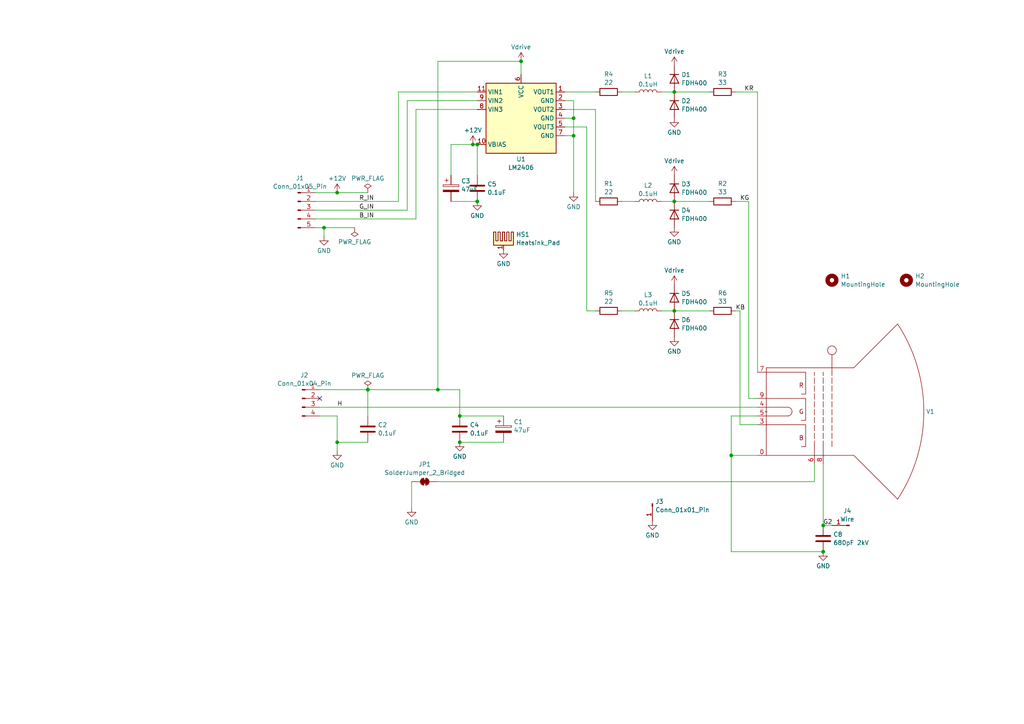
<source format=kicad_sch>
(kicad_sch (version 20231120) (generator "eeschema") (generator_version "8.0")
  (paper "A4")
  (lib_symbols
    (symbol "Connector:Conn_01x01_Pin" (pin_names (offset 1.016) hide)
      (property "Reference" "J" (at 0 2.54 0))
      (property "Value" "Conn_01x01_Pin" (at 0 -2.54 0))
      (symbol "Conn_01x01_Pin_1_1"
        (polyline (pts (xy 1.27 0) (xy 0.8636 0)) (stroke (width 0.1524)))
        (rectangle (start 0.8636 0.127) (end 0 -0.127) (stroke (width 0.1524)) (fill (type outline)))
        (pin passive line (at 5.08 0 180) (length 3.81) (name "Pin_1") (number "1"))
      )
    )
    (symbol "Connector:Conn_01x04_Pin" (pin_names (offset 1.016) hide)
      (property "Reference" "J" (at 0 5.08 0))
      (property "Value" "Conn_01x04_Pin" (at 0 -7.62 0))
      (symbol "Conn_01x04_Pin_1_1"
        (polyline (pts (xy 1.27 -5.08) (xy 0.8636 -5.08)) (stroke (width 0.1524)))
        (polyline (pts (xy 1.27 -2.54) (xy 0.8636 -2.54)) (stroke (width 0.1524)))
        (polyline (pts (xy 1.27 0) (xy 0.8636 0)) (stroke (width 0.1524)))
        (polyline (pts (xy 1.27 2.54) (xy 0.8636 2.54)) (stroke (width 0.1524)))
        (rectangle (start 0.8636 -4.953) (end 0 -5.207) (stroke (width 0.1524)) (fill (type outline)))
        (rectangle (start 0.8636 -2.413) (end 0 -2.667) (stroke (width 0.1524)) (fill (type outline)))
        (rectangle (start 0.8636 0.127) (end 0 -0.127) (stroke (width 0.1524)) (fill (type outline)))
        (rectangle (start 0.8636 2.667) (end 0 2.413) (stroke (width 0.1524)) (fill (type outline)))
        (pin passive line (at 5.08 2.54 180) (length 3.81) (name "Pin_1") (number "1"))
        (pin passive line (at 5.08 0 180) (length 3.81) (name "Pin_2") (number "2"))
        (pin passive line (at 5.08 -2.54 180) (length 3.81) (name "Pin_3") (number "3"))
        (pin passive line (at 5.08 -5.08 180) (length 3.81) (name "Pin_4") (number "4"))
      )
    )
    (symbol "Connector:Conn_01x05_Pin" (pin_names (offset 1.016) hide)
      (property "Reference" "J" (at 0 7.62 0))
      (property "Value" "Conn_01x05_Pin" (at 0 -7.62 0))
      (symbol "Conn_01x05_Pin_1_1"
        (polyline (pts (xy 1.27 -5.08) (xy 0.8636 -5.08)) (stroke (width 0.1524)))
        (polyline (pts (xy 1.27 -2.54) (xy 0.8636 -2.54)) (stroke (width 0.1524)))
        (polyline (pts (xy 1.27 0) (xy 0.8636 0)) (stroke (width 0.1524)))
        (polyline (pts (xy 1.27 2.54) (xy 0.8636 2.54)) (stroke (width 0.1524)))
        (polyline (pts (xy 1.27 5.08) (xy 0.8636 5.08)) (stroke (width 0.1524)))
        (rectangle (start 0.8636 -4.953) (end 0 -5.207) (stroke (width 0.1524)) (fill (type outline)))
        (rectangle (start 0.8636 -2.413) (end 0 -2.667) (stroke (width 0.1524)) (fill (type outline)))
        (rectangle (start 0.8636 0.127) (end 0 -0.127) (stroke (width 0.1524)) (fill (type outline)))
        (rectangle (start 0.8636 2.667) (end 0 2.413) (stroke (width 0.1524)) (fill (type outline)))
        (rectangle (start 0.8636 5.207) (end 0 4.953) (stroke (width 0.1524)) (fill (type outline)))
        (pin passive line (at 5.08 5.08 180) (length 3.81) (name "Pin_1") (number "1"))
        (pin passive line (at 5.08 2.54 180) (length 3.81) (name "Pin_2") (number "2"))
        (pin passive line (at 5.08 0 180) (length 3.81) (name "Pin_3") (number "3"))
        (pin passive line (at 5.08 -2.54 180) (length 3.81) (name "Pin_4") (number "4"))
        (pin passive line (at 5.08 -5.08 180) (length 3.81) (name "Pin_5") (number "5"))
      )
    )
    (symbol "Device:C" (pin_numbers hide) (pin_names (offset 0.254))
      (property "Reference" "C" (at 0.635 2.54 0))
      (property "Value" "C" (at 0.635 -2.54 0))
      (symbol "C_0_1"
        (polyline (pts (xy -2.032 -0.762) (xy 2.032 -0.762)) (stroke (width 0.508)))
        (polyline (pts (xy -2.032 0.762) (xy 2.032 0.762)) (stroke (width 0.508)))
      )
      (symbol "C_1_1"
        (pin passive line (at 0 3.81 270) (length 2.794) (name "~") (number "1"))
        (pin passive line (at 0 -3.81 90) (length 2.794) (name "~") (number "2"))
      )
    )
    (symbol "Device:C_Polarized" (pin_numbers hide) (pin_names (offset 0.254))
      (property "Reference" "C" (at 0.635 2.54 0))
      (property "Value" "C_Polarized" (at 0.635 -2.54 0))
      (symbol "C_Polarized_0_1"
        (rectangle (start -2.286 0.508) (end 2.286 1.016))
        (polyline (pts (xy -1.778 2.286) (xy -0.762 2.286)))
        (polyline (pts (xy -1.27 2.794) (xy -1.27 1.778)))
        (rectangle (start 2.286 -0.508) (end -2.286 -1.016) (fill (type outline)))
      )
      (symbol "C_Polarized_1_1"
        (pin passive line (at 0 3.81 270) (length 2.794) (name "~") (number "1"))
        (pin passive line (at 0 -3.81 90) (length 2.794) (name "~") (number "2"))
      )
    )
    (symbol "Device:D" (pin_numbers hide) (pin_names (offset 1.016) hide)
      (property "Reference" "D" (at 0 2.54 0))
      (property "Value" "D" (at 0 -2.54 0))
      (symbol "D_0_1"
        (polyline (pts (xy -1.27 1.27) (xy -1.27 -1.27)) (stroke (width 0.254)))
        (polyline (pts (xy 1.27 0) (xy -1.27 0)))
        (polyline (pts (xy 1.27 1.27) (xy 1.27 -1.27) (xy -1.27 0) (xy 1.27 1.27)) (stroke (width 0.254)))
      )
      (symbol "D_1_1"
        (pin passive line (at -3.81 0 0) (length 2.54) (name "K") (number "1"))
        (pin passive line (at 3.81 0 180) (length 2.54) (name "A") (number "2"))
      )
    )
    (symbol "Device:L" (pin_numbers hide) (pin_names (offset 1.016) hide)
      (property "Reference" "L" (at -1.27 0 90))
      (property "Value" "L" (at 1.905 0 90))
      (symbol "L_0_1"
        (arc (start 0 -2.54) (mid 0.6323 -1.905) (end 0 -1.27))
        (arc (start 0 -1.27) (mid 0.6323 -0.635) (end 0 0))
        (arc (start 0 0) (mid 0.6323 0.635) (end 0 1.27))
        (arc (start 0 1.27) (mid 0.6323 1.905) (end 0 2.54))
      )
      (symbol "L_1_1"
        (pin passive line (at 0 3.81 270) (length 1.27) (name "1") (number "1"))
        (pin passive line (at 0 -3.81 90) (length 1.27) (name "2") (number "2"))
      )
    )
    (symbol "Device:R" (pin_numbers hide) (pin_names (offset 0))
      (property "Reference" "R" (at 2.032 0 90))
      (property "Value" "R" (at 0 0 90))
      (symbol "R_0_1"
        (rectangle (start -1.016 -2.54) (end 1.016 2.54) (stroke (width 0.254)))
      )
      (symbol "R_1_1"
        (pin passive line (at 0 3.81 270) (length 1.27) (name "~") (number "1"))
        (pin passive line (at 0 -3.81 90) (length 1.27) (name "~") (number "2"))
      )
    )
    (symbol "GND_1" (power) (pin_numbers hide) (pin_names (offset 0) hide)
      (property "Value" "GND" (at 0 -3.81 0))
      (symbol "GND_1_0_1"
        (polyline (pts (xy 0 0) (xy 0 -1.27) (xy 1.27 -1.27) (xy 0 -2.54) (xy -1.27 -1.27) (xy 0 -1.27)))
      )
      (symbol "GND_1_1_1"
        (pin power_in line (at 0 0 270) (length 0) (name "~") (number "1"))
      )
    )
    (symbol "Jumper:SolderJumper_2_Bridged" (pin_numbers hide) (pin_names (offset 0) hide) (exclude_from_sim yes) (in_bom no)
      (property "Reference" "JP" (at 0 2.032 0))
      (property "Value" "SolderJumper_2_Bridged" (at 0 -2.54 0))
      (symbol "SolderJumper_2_Bridged_0_1"
        (rectangle (start -0.508 0.508) (end 0.508 -0.508) (fill (type outline)))
        (arc (start -0.254 1.016) (mid -1.2656 0) (end -0.254 -1.016))
        (arc (start -0.254 1.016) (mid -1.2656 0) (end -0.254 -1.016) (fill (type outline)))
        (polyline (pts (xy -0.254 1.016) (xy -0.254 -1.016)))
        (polyline (pts (xy 0.254 1.016) (xy 0.254 -1.016)))
        (arc (start 0.254 -1.016) (mid 1.2656 0) (end 0.254 1.016))
        (arc (start 0.254 -1.016) (mid 1.2656 0) (end 0.254 1.016) (fill (type outline)))
      )
      (symbol "SolderJumper_2_Bridged_1_1"
        (pin passive line (at -3.81 0 0) (length 2.54) (name "A") (number "1"))
        (pin passive line (at 3.81 0 180) (length 2.54) (name "B") (number "2"))
      )
    )
    (symbol "Mechanical:Heatsink_Pad" (pin_names (offset 0)) (exclude_from_sim yes)
      (property "Reference" "HS" (at 0 5.715 0))
      (property "Value" "Heatsink_Pad" (at 0 3.81 0))
      (symbol "Heatsink_Pad_0_1"
        (polyline (pts (xy -0.3302 0) (xy -0.9652 0) (xy -0.9652 2.54) (xy -1.6002 2.54) (xy -1.6002 0) (xy -2.2352 0) (xy -2.2352 2.54) (xy -2.8702 2.54) (xy -2.8702 -1.27) (xy -0.9652 -1.27)) (stroke (width 0.254)) (fill (type background)))
        (polyline (pts (xy -0.3302 0) (xy -0.3302 2.54) (xy 0.3048 2.54) (xy 0.3048 0) (xy 0.9398 0) (xy 0.9398 2.54) (xy 1.5748 2.54) (xy 1.5748 0) (xy 2.2098 0) (xy 2.2098 2.54) (xy 2.8448 2.54) (xy 2.8448 -1.27) (xy -0.9652 -1.27)) (stroke (width 0.254)) (fill (type background)))
      )
      (symbol "Heatsink_Pad_1_1"
        (pin passive line (at 0 -2.54 90) (length 1.27) (name "~") (number "1"))
      )
    )
    (symbol "Mechanical:MountingHole" (pin_names (offset 1.016))
      (property "Reference" "H" (at 0 5.08 0))
      (property "Value" "MountingHole" (at 0 3.175 0))
      (symbol "MountingHole_0_1"
        (circle (center 0 0) (radius 1.27) (stroke (width 1.27)))
      )
    )
    (symbol "power:+12V" (power) (pin_numbers hide) (pin_names (offset 0) hide)
      (property "Value" "+12V" (at 0 3.556 0))
      (symbol "+12V_0_1"
        (polyline (pts (xy -0.762 1.27) (xy 0 2.54)))
        (polyline (pts (xy 0 0) (xy 0 2.54)))
        (polyline (pts (xy 0 2.54) (xy 0.762 1.27)))
      )
      (symbol "+12V_1_1"
        (pin power_in line (at 0 0 90) (length 0) (name "~") (number "1"))
      )
    )
    (symbol "power:GND" (power) (pin_names (offset 0))
      (property "Value" "GND" (at 0 -3.81 0))
      (symbol "GND_0_1"
        (polyline (pts (xy 0 0) (xy 0 -1.27) (xy 1.27 -1.27) (xy 0 -2.54) (xy -1.27 -1.27) (xy 0 -1.27)))
      )
      (symbol "GND_1_1"
        (pin power_in line (at 0 0 270) (length 0) hide (name "GND") (number "1"))
      )
    )
    (symbol "power:PWR_FLAG" (power) (pin_numbers hide) (pin_names (offset 0) hide)
      (property "Value" "PWR_FLAG" (at 0 3.81 0))
      (symbol "PWR_FLAG_0_0"
        (pin power_out line (at 0 0 90) (length 0) (name "~") (number "1"))
      )
      (symbol "PWR_FLAG_0_1"
        (polyline (pts (xy 0 0) (xy 0 1.27) (xy -1.016 1.905) (xy 0 2.54) (xy 1.016 1.905) (xy 0 1.27)))
      )
    )
    (symbol "power:Vdrive" (power) (pin_numbers hide) (pin_names (offset 0) hide)
      (property "Value" "Vdrive" (at 0 3.556 0))
      (symbol "Vdrive_0_1"
        (polyline (pts (xy -0.762 1.27) (xy 0 2.54)))
        (polyline (pts (xy 0 0) (xy 0 2.54)))
        (polyline (pts (xy 0 2.54) (xy 0.762 1.27)))
      )
      (symbol "Vdrive_1_1"
        (pin power_in line (at 0 0 90) (length 0) (name "~") (number "1"))
      )
    )
    (symbol "td-neck:LM2406"
      (property "Reference" "U" (at -8.89 11.43 0))
      (property "Value" "LM2406" (at 5.08 11.43 0))
      (symbol "LM2406_0_1"
        (rectangle (start -10.16 10.16) (end 10.16 -10.16) (stroke (width 0.254)) (fill (type background)))
      )
      (symbol "LM2406_1_1"
        (pin output line (at 12.7 7.62 180) (length 2.54) (name "VOUT1") (number "1"))
        (pin input line (at -12.7 -7.62 0) (length 2.54) (name "VBIAS") (number "10"))
        (pin input line (at -12.7 7.62 0) (length 2.54) (name "VIN1") (number "11"))
        (pin power_in line (at 12.7 5.08 180) (length 2.54) (name "GND") (number "2"))
        (pin output line (at 12.7 2.54 180) (length 2.54) (name "VOUT2") (number "3"))
        (pin power_in line (at 12.7 0 180) (length 2.54) (name "GND") (number "4"))
        (pin output line (at 12.7 -2.54 180) (length 2.54) (name "VOUT3") (number "5"))
        (pin power_in line (at 0 12.7 270) (length 2.54) (name "VCC") (number "6"))
        (pin power_in line (at 12.7 -5.08 180) (length 2.54) (name "GND") (number "7"))
        (pin no_connect line (at 10.16 -5.08 180) (length 2.54) hide (name "NC") (number "7"))
        (pin no_connect line (at 10.16 -7.62 180) (length 2.54) hide (name "NC") (number "8"))
        (pin input line (at -12.7 2.54 0) (length 2.54) (name "VIN3") (number "8"))
        (pin input line (at -12.7 5.08 0) (length 2.54) (name "VIN2") (number "9"))
      )
    )
    (symbol "td-neck:cr31"
      (property "Reference" "V" (at 2.54 13.97 0))
      (symbol "cr31_0_1"
        (polyline (pts (xy 0 -1.27) (xy 6.35 -1.27)))
        (polyline (pts (xy 0 1.27) (xy 6.35 1.27)))
        (polyline (pts (xy 0 -3.81) (xy 11.43 -3.81) (xy 11.43 -10.16) (xy 10.16 -10.16)))
        (polyline (pts (xy 0 0) (xy 0 -12.7) (xy 25.4 -12.7) (xy 38.1 -25.4)))
        (polyline (pts (xy 0 0) (xy 0 12.7) (xy 25.4 12.7) (xy 38.1 25.4)))
        (polyline (pts (xy 10.16 -2.54) (xy 11.43 -2.54) (xy 11.43 3.81) (xy 0 3.81)))
        (polyline (pts (xy 10.16 5.08) (xy 11.43 5.08) (xy 11.43 11.43) (xy 0 11.43)))
        (arc (start 6.35 -1.27) (mid 7.4703 0) (end 6.35 1.27))
        (arc (start 38.1 -25.4) (mid 45.6931 0) (end 38.1 25.4))
      )
      (symbol "cr31_1_1"
        (polyline (pts (xy 13.97 -10.16) (xy 13.97 -12.7)))
        (polyline (pts (xy 13.97 -10.16) (xy 13.97 11.43)) (stroke (width 0) (type dash)))
        (polyline (pts (xy 16.51 -12.7) (xy 16.51 -10.16)))
        (polyline (pts (xy 16.51 -10.16) (xy 16.51 11.43)) (stroke (width 0) (type dash)))
        (polyline (pts (xy 19.05 -10.16) (xy 19.05 11.43)) (stroke (width 0) (type dash)))
        (polyline (pts (xy 19.05 11.43) (xy 19.05 16.51)))
        (circle (center 19.05 17.78) (radius 1.27))
        (text "B" (at 10.16 -7.62 0) (effects (font (size 1.27 1.27))))
        (text "G" (at 10.16 0 0) (effects (font (size 1.27 1.27))))
        (text "R" (at 10.16 7.62 0) (effects (font (size 1.27 1.27))))
        (pin passive line (at -2.54 -12.7 0) (length 2.54) (name "") (number "0"))
        (pin passive line (at -2.54 -3.81 0) (length 2.54) (name "") (number "3"))
        (pin passive line (at -2.54 1.27 0) (length 2.54) (name "") (number "4"))
        (pin passive line (at -2.54 -1.27 0) (length 2.54) (name "") (number "5"))
        (pin passive line (at 13.97 -15.24 90) (length 2.54) (name "") (number "6"))
        (pin passive line (at -2.54 11.43 0) (length 2.54) (name "") (number "7"))
        (pin passive line (at 16.51 -15.24 90) (length 2.54) (name "") (number "8"))
        (pin passive line (at -2.54 3.81 0) (length 2.54) (name "") (number "9"))
      )
    )
  )
  (junction (at 97.79 55.88))
  (junction (at 195.58 26.67))
  (junction (at 166.37 39.37))
  (junction (at 137.16 41.91))
  (junction (at 151.13 17.78))
  (junction (at 138.43 58.42))
  (junction (at 133.35 128.27))
  (junction (at 97.79 128.27))
  (junction (at 138.43 41.91))
  (junction (at 238.76 160.02))
  (junction (at 106.68 113.03))
  (junction (at 127 113.03))
  (junction (at 212.09 132.08))
  (junction (at 238.76 152.4))
  (junction (at 93.98 66.04))
  (junction (at 195.58 90.17))
  (junction (at 166.37 34.29))
  (junction (at 133.35 120.65))
  (junction (at 195.58 58.42))
  (no_connect (at 92.71 115.57))
  (wire (pts (xy 217.17 115.57) (xy 217.17 58.42)))
  (wire (pts (xy 93.98 66.04) (xy 91.44 66.04)))
  (wire (pts (xy 238.76 152.4) (xy 241.3 152.4)))
  (wire (pts (xy 212.09 132.08) (xy 219.71 132.08)))
  (wire (pts (xy 166.37 55.88) (xy 166.37 39.37)))
  (wire (pts (xy 163.83 36.83) (xy 170.18 36.83)))
  (wire (pts (xy 127 17.78) (xy 127 113.03)))
  (wire (pts (xy 97.79 55.88) (xy 106.68 55.88)))
  (wire (pts (xy 236.22 134.62) (xy 236.22 139.7)))
  (wire (pts (xy 191.77 58.42) (xy 195.58 58.42)))
  (wire (pts (xy 219.71 123.19) (xy 214.63 123.19)))
  (wire (pts (xy 130.81 41.91) (xy 130.81 50.8)))
  (wire (pts (xy 170.18 36.83) (xy 170.18 90.17)))
  (wire (pts (xy 219.71 115.57) (xy 217.17 115.57)))
  (wire (pts (xy 172.72 31.75) (xy 172.72 58.42)))
  (wire (pts (xy 97.79 120.65) (xy 97.79 128.27)))
  (wire (pts (xy 214.63 123.19) (xy 214.63 90.17)))
  (wire (pts (xy 195.58 26.67) (xy 205.74 26.67)))
  (wire (pts (xy 195.58 90.17) (xy 205.74 90.17)))
  (wire (pts (xy 163.83 34.29) (xy 166.37 34.29)))
  (wire (pts (xy 133.35 120.65) (xy 146.05 120.65)))
  (wire (pts (xy 93.98 66.04) (xy 102.87 66.04)))
  (wire (pts (xy 137.16 41.91) (xy 138.43 41.91)))
  (wire (pts (xy 191.77 26.67) (xy 195.58 26.67)))
  (wire (pts (xy 138.43 41.91) (xy 138.43 50.8)))
  (wire (pts (xy 191.77 90.17) (xy 195.58 90.17)))
  (wire (pts (xy 106.68 113.03) (xy 127 113.03)))
  (wire (pts (xy 118.11 29.21) (xy 138.43 29.21)))
  (wire (pts (xy 180.34 26.67) (xy 184.15 26.67)))
  (wire (pts (xy 91.44 55.88) (xy 97.79 55.88)))
  (wire (pts (xy 180.34 58.42) (xy 184.15 58.42)))
  (wire (pts (xy 106.68 113.03) (xy 92.71 113.03)))
  (wire (pts (xy 195.58 58.42) (xy 205.74 58.42)))
  (wire (pts (xy 92.71 118.11) (xy 219.71 118.11)))
  (wire (pts (xy 238.76 134.62) (xy 238.76 152.4)))
  (wire (pts (xy 127 17.78) (xy 151.13 17.78)))
  (wire (pts (xy 115.57 26.67) (xy 138.43 26.67)))
  (wire (pts (xy 163.83 26.67) (xy 172.72 26.67)))
  (wire (pts (xy 219.71 26.67) (xy 219.71 107.95)))
  (wire (pts (xy 92.71 120.65) (xy 97.79 120.65)))
  (wire (pts (xy 130.81 58.42) (xy 138.43 58.42)))
  (wire (pts (xy 137.16 41.91) (xy 130.81 41.91)))
  (wire (pts (xy 212.09 132.08) (xy 212.09 160.02)))
  (wire (pts (xy 213.36 58.42) (xy 217.17 58.42)))
  (wire (pts (xy 166.37 34.29) (xy 166.37 29.21)))
  (wire (pts (xy 163.83 39.37) (xy 166.37 39.37)))
  (wire (pts (xy 120.65 63.5) (xy 120.65 31.75)))
  (wire (pts (xy 238.76 160.02) (xy 212.09 160.02)))
  (wire (pts (xy 127 113.03) (xy 133.35 113.03)))
  (wire (pts (xy 91.44 58.42) (xy 115.57 58.42)))
  (wire (pts (xy 93.98 68.58) (xy 93.98 66.04)))
  (wire (pts (xy 91.44 63.5) (xy 120.65 63.5)))
  (wire (pts (xy 127 139.7) (xy 236.22 139.7)))
  (wire (pts (xy 180.34 90.17) (xy 184.15 90.17)))
  (wire (pts (xy 166.37 29.21) (xy 163.83 29.21)))
  (wire (pts (xy 170.18 90.17) (xy 172.72 90.17)))
  (wire (pts (xy 118.11 60.96) (xy 118.11 29.21)))
  (wire (pts (xy 91.44 60.96) (xy 118.11 60.96)))
  (wire (pts (xy 163.83 31.75) (xy 172.72 31.75)))
  (wire (pts (xy 166.37 39.37) (xy 166.37 34.29)))
  (wire (pts (xy 133.35 113.03) (xy 133.35 120.65)))
  (wire (pts (xy 106.68 128.27) (xy 97.79 128.27)))
  (wire (pts (xy 151.13 17.78) (xy 151.13 21.59)))
  (wire (pts (xy 133.35 128.27) (xy 146.05 128.27)))
  (wire (pts (xy 213.36 26.67) (xy 219.71 26.67)))
  (wire (pts (xy 97.79 128.27) (xy 97.79 130.81)))
  (wire (pts (xy 115.57 58.42) (xy 115.57 26.67)))
  (wire (pts (xy 219.71 120.65) (xy 212.09 120.65)))
  (wire (pts (xy 213.36 90.17) (xy 214.63 90.17)))
  (wire (pts (xy 120.65 31.75) (xy 138.43 31.75)))
  (wire (pts (xy 212.09 120.65) (xy 212.09 132.08)))
  (wire (pts (xy 106.68 120.65) (xy 106.68 113.03)))
  (wire (pts (xy 119.38 139.7) (xy 119.38 147.32)))
  (label "B_IN" (at 104.14 63.5 0))
  (label "R_IN" (at 104.14 58.42 0))
  (label "KR" (at 215.9 26.67 0))
  (label "KG" (at 214.63 58.42 0))
  (label "G2" (at 238.76 152.4 0))
  (label "KB" (at 213.36 90.17 0))
  (label "H" (at 97.79 118.11 0))
  (label "G_IN" (at 104.14 60.96 0))
  (symbol (lib_id "power:+12V") (at 97.79 55.88 0) (unit 1)
    (property "Reference" "#PWR018" (effects (hide yes)))
    (property "Value" "+12V" (at 97.79 51.7469 0))
    (property "Description" "Power symbol creates a global label with name \"+12V\"" (effects (hide yes)))
  )
  (symbol (lib_id "power:+12V") (at 137.16 41.91 0) (unit 1)
    (property "Reference" "#PWR04" (effects (hide yes)))
    (property "Value" "+12V" (at 137.16 37.7769 0))
    (property "Description" "Power symbol creates a global label with name \"+12V\"" (effects (hide yes)))
  )
  (symbol (lib_id "td-neck:LM2406") (at 151.13 34.29 0) (unit 1)
    (property "Reference" "U1" (at 151.13 46.1701 0))
    (property "Value" "LM2406" (at 151.13 48.5944 0))
    (property "Footprint" "Package_TO_SOT_THT:TO-220-11_P3.4x5.08mm_StaggerOdd_Lead4.85mm_Vertical" (effects (hide yes)))
  )
  (symbol (lib_id "Mechanical:MountingHole") (at 262.89 81.28 0) (unit 1)
    (property "Reference" "H2" (at 265.43 80.0679 0) (effects (justify left)))
    (property "Value" "MountingHole" (at 265.43 82.4921 0) (effects (justify left)))
    (property "Footprint" "MountingHole:MountingHole_3.2mm_M3_ISO14580" (effects (hide yes)))
  )
  (symbol (lib_id "power:PWR_FLAG") (at 106.68 55.88 0) (unit 1)
    (property "Reference" "#FLG01" (effects (hide yes)))
    (property "Value" "PWR_FLAG" (at 106.68 51.7469 0))
    (property "Description" "Special symbol for telling ERC where power comes from" (effects (hide yes)))
  )
  (symbol (lib_id "Device:D") (at 195.58 86.36 270) (unit 1)
    (property "Reference" "D5" (at 197.612 85.1478 90) (effects (justify left)))
    (property "Value" "FDH400" (at 197.612 87.5721 90) (effects (justify left)))
    (property "Footprint" "td-neck:D_DO-35_SOD27_P7.62mm_Horizontal_NoK" (effects (hide yes)))
    (property "Description" "Diode" (effects (hide yes)))
    (property "Sim.Device" "D" (effects (hide yes)))
    (property "Sim.Pins" "1=K 2=A" (effects (hide yes)))
    (property "Digikey" "FDH400-ND" (effects (hide yes)))
  )
  (symbol (lib_id "power:GND") (at 119.38 147.32 0) (unit 1)
    (property "Reference" "#PWR05" (effects (hide yes)))
    (property "Value" "GND" (at 119.38 151.4531 0))
  )
  (symbol (lib_id "power:Vdrive") (at 195.58 82.55 0) (unit 1)
    (property "Reference" "#PWR014" (effects (hide yes)))
    (property "Value" "Vdrive" (at 195.58 78.4169 0))
    (property "Description" "Power symbol creates a global label with name \"Vdrive\"" (effects (hide yes)))
  )
  (symbol (lib_id "Device:D") (at 195.58 62.23 270) (unit 1)
    (property "Reference" "D4" (at 197.612 61.0178 90) (effects (justify left)))
    (property "Value" "FDH400" (at 197.612 63.4421 90) (effects (justify left)))
    (property "Footprint" "td-neck:D_DO-35_SOD27_P7.62mm_Horizontal_NoK" (effects (hide yes)))
    (property "Description" "Diode" (effects (hide yes)))
    (property "Sim.Device" "D" (effects (hide yes)))
    (property "Sim.Pins" "1=K 2=A" (effects (hide yes)))
    (property "Digikey" "FDH400-ND" (effects (hide yes)))
  )
  (symbol (lib_id "power:PWR_FLAG") (at 106.68 113.03 0) (unit 1)
    (property "Reference" "#FLG03" (effects (hide yes)))
    (property "Value" "PWR_FLAG" (at 106.68 108.8969 0))
    (property "Description" "Special symbol for telling ERC where power comes from" (effects (hide yes)))
  )
  (symbol (lib_id "Device:R") (at 176.53 58.42 90) (unit 1)
    (property "Reference" "R1" (at 176.53 53.2595 90))
    (property "Value" "22" (at 176.53 55.6838 90))
    (property "Footprint" "Resistor_THT:R_Axial_DIN0204_L3.6mm_D1.6mm_P5.08mm_Horizontal" (effects (hide yes)))
    (property "Description" "Resistor" (effects (hide yes)))
    (property "Digikey" "S22CACT-ND" (effects (hide yes)))
  )
  (symbol (lib_id "Device:C_Polarized") (at 130.81 54.61 0) (unit 1)
    (property "Reference" "C3" (at 133.731 52.5088 0) (effects (justify left)))
    (property "Value" "47uF" (at 133.731 54.9331 0) (effects (justify left)))
    (property "Footprint" "Capacitor_THT:CP_Radial_D10.0mm_P5.00mm" (effects (hide yes)))
    (property "Description" "Polarized capacitor" (effects (hide yes)))
    (property "Digikey" "565-EKY-101ETD470MJC5SCT-ND" (effects (hide yes)))
  )
  (symbol (lib_id "Device:L") (at 187.96 90.17 90) (unit 1)
    (property "Reference" "L3" (at 187.96 85.5202 90))
    (property "Value" "0.1uH" (at 187.96 87.9445 90))
    (property "Footprint" "Inductor_THT:L_Axial_L7.0mm_D3.3mm_P10.16mm_Horizontal_Fastron_MICC" (effects (hide yes)))
    (property "Description" "Inductor" (effects (hide yes)))
    (property "Digikey" "M10147-ND" (effects (hide yes)))
  )
  (symbol (lib_id "power:Vdrive") (at 195.58 50.8 0) (unit 1)
    (property "Reference" "#PWR012" (effects (hide yes)))
    (property "Value" "Vdrive" (at 195.58 46.6669 0))
    (property "Description" "Power symbol creates a global label with name \"Vdrive\"" (effects (hide yes)))
  )
  (symbol (lib_id "Device:R") (at 176.53 90.17 90) (unit 1)
    (property "Reference" "R5" (at 176.53 85.0095 90))
    (property "Value" "22" (at 176.53 87.4338 90))
    (property "Footprint" "Resistor_THT:R_Axial_DIN0204_L3.6mm_D1.6mm_P5.08mm_Horizontal" (effects (hide yes)))
    (property "Description" "Resistor" (effects (hide yes)))
    (property "Digikey" "S22CACT-ND" (effects (hide yes)))
  )
  (symbol (lib_id "power:GND") (at 133.35 128.27 0) (unit 1)
    (property "Reference" "#PWR06" (effects (hide yes)))
    (property "Value" "GND" (at 133.35 132.4031 0))
  )
  (symbol (lib_id "Device:L") (at 187.96 26.67 90) (unit 1)
    (property "Reference" "L1" (at 187.96 22.0202 90))
    (property "Value" "0.1uH" (at 187.96 24.4445 90))
    (property "Footprint" "Inductor_THT:L_Axial_L7.0mm_D3.3mm_P10.16mm_Horizontal_Fastron_MICC" (effects (hide yes)))
    (property "Description" "Inductor" (effects (hide yes)))
    (property "Digikey" "M10147-ND" (effects (hide yes)))
  )
  (symbol (lib_id "power:GND") (at 195.58 34.29 0) (unit 1)
    (property "Reference" "#PWR09" (effects (hide yes)))
    (property "Value" "GND" (at 195.58 38.4231 0))
  )
  (symbol (lib_id "power:PWR_FLAG") (at 102.87 66.04 180) (unit 1)
    (property "Reference" "#FLG02" (effects (hide yes)))
    (property "Value" "PWR_FLAG" (at 102.87 70.1731 0))
    (property "Description" "Special symbol for telling ERC where power comes from" (effects (hide yes)))
  )
  (symbol (lib_id "Device:R") (at 209.55 26.67 90) (unit 1)
    (property "Reference" "R3" (at 209.55 21.5095 90))
    (property "Value" "33" (at 209.55 23.9338 90))
    (property "Footprint" "Resistor_THT:R_Axial_DIN0309_L9.0mm_D3.2mm_P12.70mm_Horizontal" (effects (hide yes)))
    (property "Description" "Resistor" (effects (hide yes)))
    (property "Digikey" "13-FKN-50JR-52-33RCT-ND" (effects (hide yes)))
  )
  (symbol (lib_id "power:GND") (at 93.98 68.58 0) (unit 1)
    (property "Reference" "#PWR02" (effects (hide yes)))
    (property "Value" "GND" (at 93.98 72.7131 0))
  )
  (symbol (lib_id "Mechanical:MountingHole") (at 241.3 81.28 0) (unit 1)
    (property "Reference" "H1" (at 243.84 80.0679 0) (effects (justify left)))
    (property "Value" "MountingHole" (at 243.84 82.4921 0) (effects (justify left)))
    (property "Footprint" "MountingHole:MountingHole_3.2mm_M3_ISO14580" (effects (hide yes)))
  )
  (symbol (lib_id "Device:C") (at 106.68 124.46 0) (unit 1)
    (property "Reference" "C2" (at 109.601 123.2479 0) (effects (justify left)))
    (property "Value" "0.1uF" (at 109.601 125.6721 0) (effects (justify left)))
    (property "Footprint" "Capacitor_THT:C_Disc_D8.0mm_W2.5mm_P5.00mm" (effects (hide yes)))
    (property "Digikey" "BC1123CT-ND" (effects (hide yes)))
  )
  (symbol (lib_id "Device:C") (at 238.76 156.21 0) (unit 1)
    (property "Reference" "C8" (at 241.681 154.9979 0) (effects (justify left)))
    (property "Value" "680pF 2kV" (at 241.681 157.4221 0) (effects (justify left)))
    (property "Footprint" "Capacitor_THT:C_Disc_D12.5mm_W5.0mm_P7.50mm" (effects (hide yes)))
    (property "Digikey" "445-CK45-B3FD681KYVNACT-ND" (effects (hide yes)))
  )
  (symbol (lib_id "Device:C_Polarized") (at 146.05 124.46 0) (unit 1)
    (property "Reference" "C1" (at 148.971 122.3588 0) (effects (justify left)))
    (property "Value" "47uF" (at 148.971 124.7831 0) (effects (justify left)))
    (property "Footprint" "Capacitor_THT:CP_Radial_D10.0mm_P5.00mm" (effects (hide yes)))
    (property "Description" "Polarized capacitor" (effects (hide yes)))
    (property "Digikey" "565-EKY-101ETD470MJC5SCT-ND" (effects (hide yes)))
  )
  (symbol (lib_id "power:GND") (at 238.76 160.02 0) (unit 1)
    (property "Reference" "#PWR011" (effects (hide yes)))
    (property "Value" "GND" (at 238.76 164.1531 0))
  )
  (symbol (lib_id "Device:R") (at 176.53 26.67 90) (unit 1)
    (property "Reference" "R4" (at 176.53 21.5095 90))
    (property "Value" "22" (at 176.53 23.9338 90))
    (property "Footprint" "Resistor_THT:R_Axial_DIN0204_L3.6mm_D1.6mm_P5.08mm_Horizontal" (effects (hide yes)))
    (property "Description" "Resistor" (effects (hide yes)))
    (property "Digikey" "S22CACT-ND" (effects (hide yes)))
  )
  (symbol (lib_id "power:GND") (at 189.23 151.13 0) (unit 1)
    (property "Reference" "#PWR010" (effects (hide yes)))
    (property "Value" "GND" (at 189.23 155.2631 0))
  )
  (symbol (lib_id "Device:R") (at 209.55 58.42 90) (unit 1)
    (property "Reference" "R2" (at 209.55 53.2595 90))
    (property "Value" "33" (at 209.55 55.6838 90))
    (property "Footprint" "Resistor_THT:R_Axial_DIN0309_L9.0mm_D3.2mm_P12.70mm_Horizontal" (effects (hide yes)))
    (property "Description" "Resistor" (effects (hide yes)))
    (property "Digikey" "13-FKN-50JR-52-33RCT-ND" (effects (hide yes)))
  )
  (symbol (lib_id "Connector:Conn_01x04_Pin") (at 87.63 115.57 0) (unit 1)
    (property "Reference" "J2" (at 88.265 108.8095 0))
    (property "Value" "Conn_01x04_Pin" (at 88.265 111.2337 0))
    (property "Footprint" "Connector_JST:JST_XH_B4B-XH-A_1x04_P2.50mm_Vertical" (effects (hide yes)))
    (property "Digikey" "455-B4B-XH-A-ND" (effects (hide yes)))
  )
  (symbol (lib_id "Jumper:SolderJumper_2_Bridged") (at 123.19 139.7 0) (unit 1) (exclude_from_sim yes) (in_bom no)
    (property "Reference" "JP1" (at 123.19 134.6665 0))
    (property "Value" "SolderJumper_2_Bridged" (at 123.19 137.0908 0))
    (property "Footprint" "Jumper:SolderJumper-2_P1.3mm_Bridged_Pad1.0x1.5mm" (effects (hide yes)))
    (property "Description" "Solder Jumper, 2-pole, closed/bridged" (effects (hide yes)))
  )
  (symbol (lib_id "power:GND") (at 138.43 58.42 0) (unit 1)
    (property "Reference" "#PWR01" (effects (hide yes)))
    (property "Value" "GND" (at 138.43 62.5531 0))
  )
  (symbol (lib_id "Mechanical:Heatsink_Pad") (at 146.05 69.85 0) (unit 1) (exclude_from_sim yes)
    (property "Reference" "HS1" (at 149.6568 68.0028 0) (effects (justify left)))
    (property "Value" "Heatsink_Pad" (at 149.6568 70.4271 0) (effects (justify left)))
    (property "Footprint" "td-neck:Ohmite_RA-T2X-25E" (effects (hide yes)))
    (property "Description" "Heatsink with electrical connection, 1 pin" (effects (hide yes)))
    (property "Digikey" "RA-T2X-25E-ND" (effects (hide yes)))
  )
  (symbol (lib_name "GND_1") (lib_id "power:GND") (at 146.05 72.39 0) (unit 1)
    (property "Reference" "#PWR017" (effects (hide yes)))
    (property "Value" "GND" (at 146.05 76.5231 0))
    (property "Description" "Power symbol creates a global label with name \"GND\" , ground" (effects (hide yes)))
  )
  (symbol (lib_id "Device:L") (at 187.96 58.42 90) (unit 1)
    (property "Reference" "L2" (at 187.96 53.7702 90))
    (property "Value" "0.1uH" (at 187.96 56.1945 90))
    (property "Footprint" "Inductor_THT:L_Axial_L7.0mm_D3.3mm_P10.16mm_Horizontal_Fastron_MICC" (effects (hide yes)))
    (property "Description" "Inductor" (effects (hide yes)))
    (property "Digikey" "M10147-ND" (effects (hide yes)))
  )
  (symbol (lib_id "power:Vdrive") (at 151.13 17.78 0) (unit 1)
    (property "Reference" "#PWR08" (effects (hide yes)))
    (property "Value" "Vdrive" (at 151.13 13.6469 0))
    (property "Description" "Power symbol creates a global label with name \"Vdrive\"" (effects (hide yes)))
  )
  (symbol (lib_id "Device:D") (at 195.58 30.48 270) (unit 1)
    (property "Reference" "D2" (at 197.612 29.2678 90) (effects (justify left)))
    (property "Value" "FDH400" (at 197.612 31.6921 90) (effects (justify left)))
    (property "Footprint" "td-neck:D_DO-35_SOD27_P7.62mm_Horizontal_NoK" (effects (hide yes)))
    (property "Description" "Diode" (effects (hide yes)))
    (property "Sim.Device" "D" (effects (hide yes)))
    (property "Sim.Pins" "1=K 2=A" (effects (hide yes)))
    (property "Digikey" "FDH400-ND" (effects (hide yes)))
  )
  (symbol (lib_name "GND_1") (lib_id "power:GND") (at 166.37 55.88 0) (unit 1)
    (property "Reference" "#PWR016" (effects (hide yes)))
    (property "Value" "GND" (at 166.37 60.0131 0))
    (property "Description" "Power symbol creates a global label with name \"GND\" , ground" (effects (hide yes)))
  )
  (symbol (lib_id "Connector:Conn_01x01_Pin") (at 246.38 152.4 180) (unit 1)
    (property "Reference" "J4" (at 245.745 148.1795 0))
    (property "Value" "Wire" (at 245.745 150.6037 0))
    (property "Footprint" "Connector_Wire:SolderWire-0.5sqmm_1x01_D0.9mm_OD2.3mm" (effects (hide yes)))
  )
  (symbol (lib_id "power:GND") (at 195.58 97.79 0) (unit 1)
    (property "Reference" "#PWR015" (effects (hide yes)))
    (property "Value" "GND" (at 195.58 101.9231 0))
  )
  (symbol (lib_id "td-neck:cr31") (at 222.25 119.38 0) (unit 1)
    (property "Reference" "V1" (at 268.5781 119.38 0) (effects (justify left)))
    (property "Value" "~" (at 222.25 119.38 0))
    (property "Footprint" "td-neck:GZS8-6-1" (effects (hide yes)))
  )
  (symbol (lib_id "Connector:Conn_01x05_Pin") (at 86.36 60.96 0) (unit 1)
    (property "Reference" "J1" (at 86.995 51.6593 0))
    (property "Value" "Conn_01x05_Pin" (at 86.995 54.0836 0))
    (property "Footprint" "Connector_JST:JST_XH_B5B-XH-A_1x05_P2.50mm_Vertical" (effects (hide yes)))
    (property "Description" "Generic connector, single row, 01x05, script generated" (effects (hide yes)))
    (property "Digikey" "455-B5B-XH-AM-ND" (effects (hide yes)))
  )
  (symbol (lib_id "Device:R") (at 209.55 90.17 90) (unit 1)
    (property "Reference" "R6" (at 209.55 85.0095 90))
    (property "Value" "33" (at 209.55 87.4338 90))
    (property "Footprint" "Resistor_THT:R_Axial_DIN0309_L9.0mm_D3.2mm_P12.70mm_Horizontal" (effects (hide yes)))
    (property "Description" "Resistor" (effects (hide yes)))
    (property "Digikey" "13-FKN-50JR-52-33RCT-ND" (effects (hide yes)))
  )
  (symbol (lib_id "Connector:Conn_01x01_Pin") (at 189.23 146.05 270) (unit 1)
    (property "Reference" "J3" (at 190.0682 145.4729 90) (effects (justify left)))
    (property "Value" "Conn_01x01_Pin" (at 190.0682 147.8971 90) (effects (justify left)))
    (property "Footprint" "td-neck:monitor_1p" (effects (hide yes)))
  )
  (symbol (lib_id "power:Vdrive") (at 195.58 19.05 0) (unit 1)
    (property "Reference" "#PWR07" (effects (hide yes)))
    (property "Value" "Vdrive" (at 195.58 14.9169 0))
    (property "Description" "Power symbol creates a global label with name \"Vdrive\"" (effects (hide yes)))
  )
  (symbol (lib_id "power:GND") (at 195.58 66.04 0) (unit 1)
    (property "Reference" "#PWR013" (effects (hide yes)))
    (property "Value" "GND" (at 195.58 70.1731 0))
  )
  (symbol (lib_id "power:GND") (at 97.79 130.81 0) (unit 1)
    (property "Reference" "#PWR03" (effects (hide yes)))
    (property "Value" "GND" (at 97.79 134.9431 0))
  )
  (symbol (lib_id "Device:C") (at 138.43 54.61 0) (unit 1)
    (property "Reference" "C5" (at 141.351 53.3978 0) (effects (justify left)))
    (property "Value" "0.1uF" (at 141.351 55.8221 0) (effects (justify left)))
    (property "Footprint" "Capacitor_THT:C_Disc_D8.0mm_W2.5mm_P5.00mm" (effects (hide yes)))
    (property "Description" "Unpolarized capacitor" (effects (hide yes)))
    (property "Digikey" "BC1123CT-ND" (effects (hide yes)))
  )
  (symbol (lib_id "Device:C") (at 133.35 124.46 0) (unit 1)
    (property "Reference" "C4" (at 136.271 123.2479 0) (effects (justify left)))
    (property "Value" "0.1uF" (at 136.271 125.6721 0) (effects (justify left)))
    (property "Footprint" "Capacitor_THT:C_Disc_D8.0mm_W2.5mm_P5.00mm" (effects (hide yes)))
    (property "Digikey" "BC1123CT-ND" (effects (hide yes)))
  )
  (symbol (lib_id "Device:D") (at 195.58 22.86 270) (unit 1)
    (property "Reference" "D1" (at 197.612 21.6478 90) (effects (justify left)))
    (property "Value" "FDH400" (at 197.612 24.0721 90) (effects (justify left)))
    (property "Footprint" "td-neck:D_DO-35_SOD27_P7.62mm_Horizontal_NoK" (effects (hide yes)))
    (property "Description" "Diode" (effects (hide yes)))
    (property "Sim.Device" "D" (effects (hide yes)))
    (property "Sim.Pins" "1=K 2=A" (effects (hide yes)))
    (property "Digikey" "FDH400-ND" (effects (hide yes)))
  )
  (symbol (lib_id "Device:D") (at 195.58 93.98 270) (unit 1)
    (property "Reference" "D6" (at 197.612 92.7678 90) (effects (justify left)))
    (property "Value" "FDH400" (at 197.612 95.1921 90) (effects (justify left)))
    (property "Footprint" "td-neck:D_DO-35_SOD27_P7.62mm_Horizontal_NoK" (effects (hide yes)))
    (property "Description" "Diode" (effects (hide yes)))
    (property "Sim.Device" "D" (effects (hide yes)))
    (property "Sim.Pins" "1=K 2=A" (effects (hide yes)))
    (property "Digikey" "FDH400-ND" (effects (hide yes)))
  )
  (symbol (lib_id "Device:D") (at 195.58 54.61 270) (unit 1)
    (property "Reference" "D3" (at 197.612 53.3978 90) (effects (justify left)))
    (property "Value" "FDH400" (at 197.612 55.8221 90) (effects (justify left)))
    (property "Footprint" "td-neck:D_DO-35_SOD27_P7.62mm_Horizontal_NoK" (effects (hide yes)))
    (property "Description" "Diode" (effects (hide yes)))
    (property "Sim.Device" "D" (effects (hide yes)))
    (property "Sim.Pins" "1=K 2=A" (effects (hide yes)))
    (property "Digikey" "FDH400-ND" (effects (hide yes)))
  )
)
</source>
